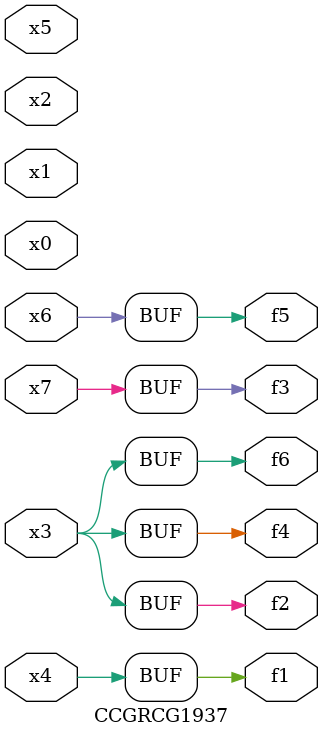
<source format=v>
module CCGRCG1937(
	input x0, x1, x2, x3, x4, x5, x6, x7,
	output f1, f2, f3, f4, f5, f6
);
	assign f1 = x4;
	assign f2 = x3;
	assign f3 = x7;
	assign f4 = x3;
	assign f5 = x6;
	assign f6 = x3;
endmodule

</source>
